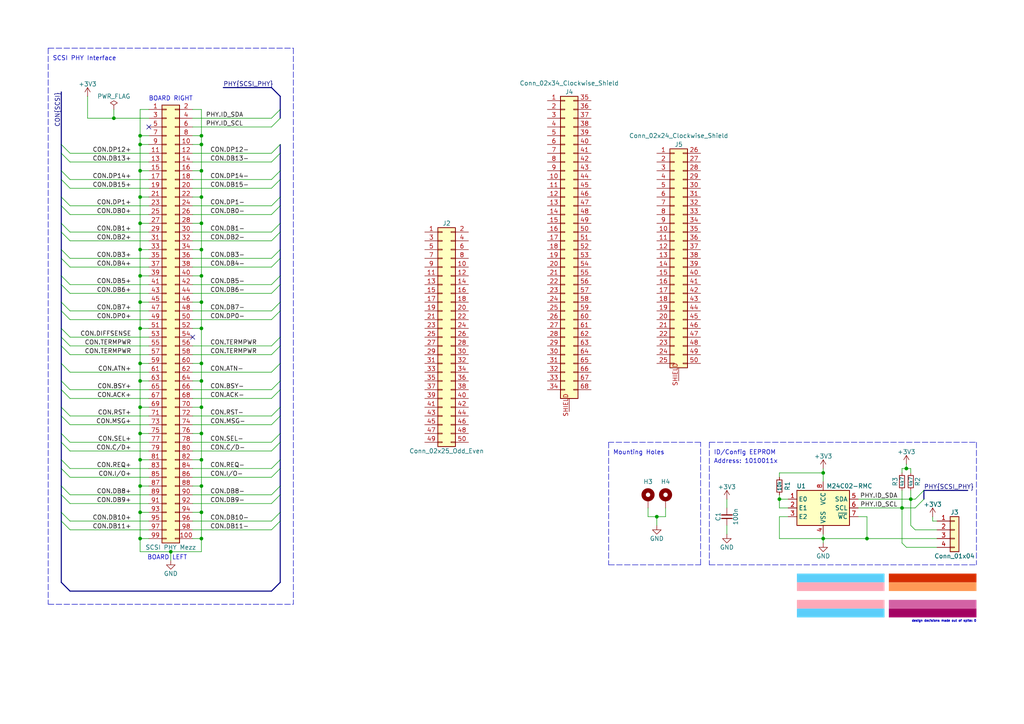
<source format=kicad_sch>
(kicad_sch (version 20231120) (generator "eeschema") (generator_version "8.0")
  (paper "A4")
  (title_block (title "Squishy -  ICD 50") (date "2024-08-22") (rev "1") (company "Shrine Maiden Heavy Industries") (comment 1 "License:  CERN-OHL-S") (comment 2 "© 2024 Aki 'lethalbit' Van Ness, et. al.") (comment 4 "Squishy - SCSI Multitool"))
  (bus_alias "SCSI" (members "DB0+" "DB0-" "DB1+" "DB1-" "DB2+" "DB2-" "DB3+" "DB3-" "DB4+" "DB4-" "DB5+" "DB5-" "DB6+" "DB6-" "DB7+" "DB7-" "DB8+" "DB8-" "DB9+" "DB9-" "DB10+" "DB10-" "DB11+" "DB11-" "DB12+" "DB12-" "DB13+" "DB13-" "DB14+" "DB14-" "DB15+" "DB15-" "DP0+" "DP0-" "DP1+" "DP1-" "ATN+" "ATN-" "BSY+" "BSY-" "ACK+" "ACK-" "RST+" "RST-" "MSG+" "MSG-" "SEL+" "SEL-" "C/D+" "C/D-" "REQ+" "REQ-" "I/O+" "I/O-" "DIFFSENSE" "TERMPWR"))
  (bus_alias "SCSI_PHY" (members "DB[0..15]" "DP[0..1]" "ATN" "BSY" "ACK" "RST" "MSG" "SEL" "C/D" "REQ" "I/O" "ID_SDA" "ID_SCL" "~{PHY_PRSNT}" "TERMPW_EN" "LS_CTRL[0..5]" "DBL_DIR" "DBH_DIR" "INIT_DIR" "TRGT_DIR" "SEL_DIR" "RST_DIR" "BSY_DIR"))
  (junction (at 40.64 87.63))
  (junction (at 40.64 41.91))
  (junction (at 226.06 144.78))
  (junction (at 40.64 133.35))
  (junction (at 58.42 80.01))
  (junction (at 238.76 137.16))
  (junction (at 58.42 64.77))
  (junction (at 58.42 118.11))
  (junction (at 40.64 110.49))
  (junction (at 40.64 148.59))
  (junction (at 58.42 41.91))
  (junction (at 58.42 133.35))
  (junction (at 40.64 95.25))
  (junction (at 190.5 149.86))
  (junction (at 261.62 147.32))
  (junction (at 58.42 125.73))
  (junction (at 40.64 64.77))
  (junction (at 58.42 87.63))
  (junction (at 40.64 39.37))
  (junction (at 40.64 156.21))
  (junction (at 58.42 140.97))
  (junction (at 58.42 49.53))
  (junction (at 262.89 135.89))
  (junction (at 58.42 72.39))
  (junction (at 264.16 144.78))
  (junction (at 40.64 140.97))
  (junction (at 40.64 72.39))
  (junction (at 58.42 39.37))
  (junction (at 58.42 110.49))
  (junction (at 40.64 118.11))
  (junction (at 40.64 57.15))
  (junction (at 251.46 156.21))
  (junction (at 58.42 105.41))
  (junction (at 238.76 156.21))
  (junction (at 58.42 57.15))
  (junction (at 58.42 148.59))
  (junction (at 49.53 160.02))
  (junction (at 40.64 80.01))
  (junction (at 40.64 125.73))
  (junction (at 58.42 156.21))
  (junction (at 33.02 34.29))
  (junction (at 58.42 95.25))
  (junction (at 40.64 49.53))
  (junction (at 40.64 105.41))
  (no_connect (at 55.88 97.79))
  (no_connect (at 43.18 36.83))
  (bus_entry (at 17.78 44.45) (size 2.54 2.54))
  (bus_entry (at 81.28 82.55) (size -2.54 2.54))
  (bus_entry (at 17.78 135.89) (size 2.54 2.54))
  (bus_entry (at 81.28 80.01) (size -2.54 2.54))
  (bus_entry (at 17.78 74.93) (size 2.54 2.54))
  (bus_entry (at 81.28 100.33) (size -2.54 2.54))
  (bus_entry (at 81.28 64.77) (size -2.54 2.54))
  (bus_entry (at 81.28 135.89) (size -2.54 2.54))
  (bus_entry (at 17.78 95.25) (size 2.54 2.54))
  (bus_entry (at 267.97 144.78) (size -2.54 2.54))
  (bus_entry (at 81.28 97.79) (size -2.54 2.54))
  (bus_entry (at 81.28 128.27) (size -2.54 2.54))
  (bus_entry (at 81.28 118.11) (size -2.54 2.54))
  (bus_entry (at 17.78 125.73) (size 2.54 2.54))
  (bus_entry (at 81.28 110.49) (size -2.54 2.54))
  (bus_entry (at 81.28 143.51) (size -2.54 2.54))
  (bus_entry (at 17.78 140.97) (size 2.54 2.54))
  (bus_entry (at 17.78 49.53) (size 2.54 2.54))
  (bus_entry (at 81.28 125.73) (size -2.54 2.54))
  (bus_entry (at 17.78 118.11) (size 2.54 2.54))
  (bus_entry (at 17.78 64.77) (size 2.54 2.54))
  (bus_entry (at 81.28 52.07) (size -2.54 2.54))
  (bus_entry (at 81.28 74.93) (size -2.54 2.54))
  (bus_entry (at 81.28 90.17) (size -2.54 2.54))
  (bus_entry (at 17.78 87.63) (size 2.54 2.54))
  (bus_entry (at 81.28 87.63) (size -2.54 2.54))
  (bus_entry (at 17.78 82.55) (size 2.54 2.54))
  (bus_entry (at 17.78 148.59) (size 2.54 2.54))
  (bus_entry (at 17.78 57.15) (size 2.54 2.54))
  (bus_entry (at 17.78 59.69) (size 2.54 2.54))
  (bus_entry (at 81.28 44.45) (size -2.54 2.54))
  (bus_entry (at 267.97 142.24) (size -2.54 2.54))
  (bus_entry (at 17.78 90.17) (size 2.54 2.54))
  (bus_entry (at 81.28 59.69) (size -2.54 2.54))
  (bus_entry (at 17.78 113.03) (size 2.54 2.54))
  (bus_entry (at 17.78 105.41) (size 2.54 2.54))
  (bus_entry (at 81.28 113.03) (size -2.54 2.54))
  (bus_entry (at 17.78 52.07) (size 2.54 2.54))
  (bus_entry (at 17.78 110.49) (size 2.54 2.54))
  (bus_entry (at 17.78 72.39) (size 2.54 2.54))
  (bus_entry (at 81.28 120.65) (size -2.54 2.54))
  (bus_entry (at 81.28 34.29) (size -2.54 2.54))
  (bus_entry (at 81.28 57.15) (size -2.54 2.54))
  (bus_entry (at 17.78 80.01) (size 2.54 2.54))
  (bus_entry (at 17.78 41.91) (size 2.54 2.54))
  (bus_entry (at 81.28 41.91) (size -2.54 2.54))
  (bus_entry (at 17.78 151.13) (size 2.54 2.54))
  (bus_entry (at 81.28 31.75) (size -2.54 2.54))
  (bus_entry (at 81.28 151.13) (size -2.54 2.54))
  (bus_entry (at 81.28 72.39) (size -2.54 2.54))
  (bus_entry (at 81.28 148.59) (size -2.54 2.54))
  (bus_entry (at 17.78 97.79) (size 2.54 2.54))
  (bus_entry (at 17.78 100.33) (size 2.54 2.54))
  (bus_entry (at 81.28 49.53) (size -2.54 2.54))
  (bus_entry (at 17.78 120.65) (size 2.54 2.54))
  (bus_entry (at 17.78 67.31) (size 2.54 2.54))
  (bus_entry (at 17.78 128.27) (size 2.54 2.54))
  (bus_entry (at 17.78 133.35) (size 2.54 2.54))
  (bus_entry (at 81.28 105.41) (size -2.54 2.54))
  (bus_entry (at 81.28 67.31) (size -2.54 2.54))
  (bus_entry (at 81.28 140.97) (size -2.54 2.54))
  (bus_entry (at 17.78 143.51) (size 2.54 2.54))
  (bus_entry (at 81.28 133.35) (size -2.54 2.54))
  (wire (pts (xy 20.32 92.71) (xy 43.18 92.71)))
  (wire (pts (xy 20.32 67.31) (xy 43.18 67.31)))
  (wire (pts (xy 20.32 146.05) (xy 43.18 146.05)))
  (wire (pts (xy 55.88 156.21) (xy 58.42 156.21)))
  (wire (pts (xy 20.32 97.79) (xy 43.18 97.79)))
  (wire (pts (xy 55.88 31.75) (xy 58.42 31.75)))
  (wire (pts (xy 78.74 115.57) (xy 55.88 115.57)))
  (wire (pts (xy 78.74 102.87) (xy 55.88 102.87)))
  (wire (pts (xy 55.88 57.15) (xy 58.42 57.15)))
  (bus (pts (xy 81.28 120.65) (xy 81.28 125.73)))
  (wire (pts (xy 20.32 123.19) (xy 43.18 123.19)))
  (wire (pts (xy 58.42 87.63) (xy 58.42 95.25)))
  (bus (pts (xy 81.28 82.55) (xy 81.28 87.63)))
  (wire (pts (xy 78.74 74.93) (xy 55.88 74.93)))
  (polyline (pts (xy 176.53 128.27) (xy 176.53 163.83)) (stroke (width 0) (type dash)))
  (bus (pts (xy 17.78 95.25) (xy 17.78 97.79)))
  (wire (pts (xy 226.06 143.51) (xy 226.06 144.78)))
  (bus (pts (xy 81.28 97.79) (xy 81.28 100.33)))
  (wire (pts (xy 20.32 62.23) (xy 43.18 62.23)))
  (wire (pts (xy 251.46 149.86) (xy 251.46 156.21)))
  (wire (pts (xy 264.16 142.24) (xy 264.16 144.78)))
  (wire (pts (xy 55.88 110.49) (xy 58.42 110.49)))
  (wire (pts (xy 49.53 160.02) (xy 49.53 162.56)))
  (wire (pts (xy 55.88 41.91) (xy 58.42 41.91)))
  (wire (pts (xy 78.74 113.03) (xy 55.88 113.03)))
  (wire (pts (xy 78.74 153.67) (xy 55.88 153.67)))
  (wire (pts (xy 78.74 62.23) (xy 55.88 62.23)))
  (wire (pts (xy 25.4 27.94) (xy 25.4 34.29)))
  (wire (pts (xy 43.18 57.15) (xy 40.64 57.15)))
  (bus (pts (xy 81.28 100.33) (xy 81.28 105.41)))
  (bus (pts (xy 20.32 171.45) (xy 78.74 171.45)))
  (bus (pts (xy 17.78 133.35) (xy 17.78 135.89)))
  (wire (pts (xy 33.02 34.29) (xy 43.18 34.29)))
  (bus (pts (xy 81.28 118.11) (xy 81.28 120.65)))
  (wire (pts (xy 40.64 64.77) (xy 40.64 72.39)))
  (wire (pts (xy 270.51 151.13) (xy 271.78 151.13)))
  (wire (pts (xy 270.51 149.86) (xy 270.51 151.13)))
  (wire (pts (xy 20.32 69.85) (xy 43.18 69.85)))
  (wire (pts (xy 58.42 41.91) (xy 58.42 49.53)))
  (wire (pts (xy 78.74 67.31) (xy 55.88 67.31)))
  (bus (pts (xy 17.78 120.65) (xy 17.78 125.73)))
  (bus (pts (xy 81.28 128.27) (xy 81.28 133.35)))
  (wire (pts (xy 40.64 49.53) (xy 40.64 57.15)))
  (bus (pts (xy 81.28 64.77) (xy 81.28 67.31)))
  (wire (pts (xy 265.43 153.67) (xy 264.16 152.4)))
  (wire (pts (xy 40.64 160.02) (xy 49.53 160.02)))
  (wire (pts (xy 20.32 77.47) (xy 43.18 77.47)))
  (wire (pts (xy 40.64 72.39) (xy 40.64 80.01)))
  (bus (pts (xy 81.28 59.69) (xy 81.28 64.77)))
  (bus (pts (xy 81.28 49.53) (xy 81.28 52.07)))
  (wire (pts (xy 25.4 34.29) (xy 33.02 34.29)))
  (wire (pts (xy 58.42 80.01) (xy 58.42 87.63)))
  (wire (pts (xy 43.18 95.25) (xy 40.64 95.25)))
  (bus (pts (xy 17.78 105.41) (xy 17.78 110.49)))
  (bus (pts (xy 81.28 27.94) (xy 81.28 31.75)))
  (wire (pts (xy 226.06 149.86) (xy 226.06 156.21)))
  (wire (pts (xy 78.74 77.47) (xy 55.88 77.47)))
  (wire (pts (xy 78.74 85.09) (xy 55.88 85.09)))
  (wire (pts (xy 40.64 41.91) (xy 40.64 49.53)))
  (bus (pts (xy 17.78 118.11) (xy 17.78 120.65)))
  (wire (pts (xy 78.74 90.17) (xy 55.88 90.17)))
  (wire (pts (xy 33.02 31.75) (xy 33.02 34.29)))
  (bus (pts (xy 17.78 110.49) (xy 17.78 113.03)))
  (wire (pts (xy 262.89 135.89) (xy 264.16 135.89)))
  (wire (pts (xy 55.88 87.63) (xy 58.42 87.63)))
  (wire (pts (xy 55.88 125.73) (xy 58.42 125.73)))
  (bus (pts (xy 81.28 31.75) (xy 81.28 34.29)))
  (wire (pts (xy 187.96 147.32) (xy 187.96 149.86)))
  (wire (pts (xy 226.06 144.78) (xy 228.6 144.78)))
  (wire (pts (xy 55.88 72.39) (xy 58.42 72.39)))
  (bus (pts (xy 267.97 142.24) (xy 280.67 142.24)))
  (wire (pts (xy 262.89 134.62) (xy 262.89 135.89)))
  (wire (pts (xy 58.42 49.53) (xy 58.42 57.15)))
  (wire (pts (xy 251.46 156.21) (xy 271.78 156.21)))
  (wire (pts (xy 43.18 64.77) (xy 40.64 64.77)))
  (bus (pts (xy 17.78 135.89) (xy 17.78 140.97)))
  (wire (pts (xy 271.78 153.67) (xy 265.43 153.67)))
  (wire (pts (xy 78.74 120.65) (xy 55.88 120.65)))
  (wire (pts (xy 58.42 95.25) (xy 58.42 105.41)))
  (polyline (pts (xy 13.97 13.97) (xy 13.97 175.26)) (stroke (width 0) (type dash)))
  (wire (pts (xy 43.18 110.49) (xy 40.64 110.49)))
  (wire (pts (xy 78.74 128.27) (xy 55.88 128.27)))
  (bus (pts (xy 81.28 80.01) (xy 81.28 82.55)))
  (wire (pts (xy 58.42 156.21) (xy 58.42 160.02)))
  (polyline (pts (xy 85.09 13.97) (xy 85.09 175.26)) (stroke (width 0) (type dash)))
  (bus (pts (xy 17.78 49.53) (xy 17.78 52.07)))
  (wire (pts (xy 55.88 118.11) (xy 58.42 118.11)))
  (wire (pts (xy 78.74 46.99) (xy 55.88 46.99)))
  (wire (pts (xy 40.64 110.49) (xy 40.64 118.11)))
  (wire (pts (xy 20.32 128.27) (xy 43.18 128.27)))
  (wire (pts (xy 55.88 36.83) (xy 78.74 36.83)))
  (wire (pts (xy 20.32 113.03) (xy 43.18 113.03)))
  (wire (pts (xy 55.88 105.41) (xy 58.42 105.41)))
  (wire (pts (xy 55.88 39.37) (xy 58.42 39.37)))
  (wire (pts (xy 40.64 133.35) (xy 40.64 140.97)))
  (wire (pts (xy 55.88 80.01) (xy 58.42 80.01)))
  (wire (pts (xy 20.32 85.09) (xy 43.18 85.09)))
  (wire (pts (xy 261.62 147.32) (xy 265.43 147.32)))
  (wire (pts (xy 58.42 140.97) (xy 58.42 148.59)))
  (wire (pts (xy 43.18 72.39) (xy 40.64 72.39)))
  (wire (pts (xy 40.64 31.75) (xy 40.64 39.37)))
  (bus (pts (xy 81.28 67.31) (xy 81.28 72.39)))
  (polyline (pts (xy 203.2 163.83) (xy 203.2 128.27)) (stroke (width 0) (type dash)))
  (wire (pts (xy 43.18 125.73) (xy 40.64 125.73)))
  (wire (pts (xy 55.88 133.35) (xy 58.42 133.35)))
  (bus (pts (xy 17.78 140.97) (xy 17.78 143.51)))
  (bus (pts (xy 17.78 148.59) (xy 17.78 151.13)))
  (bus (pts (xy 81.28 135.89) (xy 81.28 140.97)))
  (wire (pts (xy 20.32 120.65) (xy 43.18 120.65)))
  (wire (pts (xy 55.88 148.59) (xy 58.42 148.59)))
  (wire (pts (xy 210.82 152.4) (xy 210.82 154.94)))
  (polyline (pts (xy 205.74 163.83) (xy 283.21 163.83)) (stroke (width 0) (type dash)))
  (polyline (pts (xy 13.97 175.26) (xy 85.09 175.26)) (stroke (width 0) (type dash)))
  (bus (pts (xy 17.78 168.91) (xy 20.32 171.45)))
  (polyline (pts (xy 176.53 163.83) (xy 203.2 163.83)) (stroke (width 0) (type dash)))
  (polyline (pts (xy 13.97 13.97) (xy 85.09 13.97)) (stroke (width 0) (type dash)))
  (wire (pts (xy 20.32 153.67) (xy 43.18 153.67)))
  (bus (pts (xy 17.78 64.77) (xy 17.78 67.31)))
  (polyline (pts (xy 205.74 128.27) (xy 283.21 128.27)) (stroke (width 0) (type dash)))
  (wire (pts (xy 43.18 80.01) (xy 40.64 80.01)))
  (wire (pts (xy 20.32 135.89) (xy 43.18 135.89)))
  (wire (pts (xy 226.06 156.21) (xy 238.76 156.21)))
  (wire (pts (xy 78.74 138.43) (xy 55.88 138.43)))
  (bus (pts (xy 17.78 100.33) (xy 17.78 105.41)))
  (bus (pts (xy 17.78 72.39) (xy 17.78 74.93)))
  (wire (pts (xy 271.78 158.75) (xy 262.89 158.75)))
  (wire (pts (xy 261.62 135.89) (xy 261.62 137.16)))
  (wire (pts (xy 20.32 100.33) (xy 43.18 100.33)))
  (bus (pts (xy 81.28 72.39) (xy 81.28 74.93)))
  (bus (pts (xy 17.78 82.55) (xy 17.78 87.63)))
  (bus (pts (xy 17.78 44.45) (xy 17.78 49.53)))
  (bus (pts (xy 17.78 90.17) (xy 17.78 95.25)))
  (bus (pts (xy 17.78 52.07) (xy 17.78 57.15)))
  (bus (pts (xy 267.97 144.78) (xy 267.97 142.24)))
  (bus (pts (xy 81.28 87.63) (xy 81.28 90.17)))
  (wire (pts (xy 55.88 34.29) (xy 78.74 34.29)))
  (bus (pts (xy 17.78 97.79) (xy 17.78 100.33)))
  (wire (pts (xy 40.64 80.01) (xy 40.64 87.63)))
  (bus (pts (xy 81.28 41.91) (xy 81.28 44.45)))
  (bus (pts (xy 17.78 87.63) (xy 17.78 90.17)))
  (bus (pts (xy 78.74 171.45) (xy 81.28 168.91)))
  (bus (pts (xy 81.28 57.15) (xy 81.28 59.69)))
  (bus (pts (xy 17.78 113.03) (xy 17.78 118.11)))
  (wire (pts (xy 78.74 92.71) (xy 55.88 92.71)))
  (wire (pts (xy 58.42 57.15) (xy 58.42 64.77)))
  (wire (pts (xy 55.88 140.97) (xy 58.42 140.97)))
  (bus (pts (xy 78.74 25.4) (xy 81.28 27.94)))
  (wire (pts (xy 58.42 31.75) (xy 58.42 39.37)))
  (bus (pts (xy 81.28 90.17) (xy 81.28 97.79)))
  (wire (pts (xy 20.32 138.43) (xy 43.18 138.43)))
  (wire (pts (xy 20.32 82.55) (xy 43.18 82.55)))
  (wire (pts (xy 58.42 118.11) (xy 58.42 125.73)))
  (wire (pts (xy 40.64 118.11) (xy 40.64 125.73)))
  (wire (pts (xy 40.64 156.21) (xy 40.64 160.02)))
  (wire (pts (xy 238.76 154.94) (xy 238.76 156.21)))
  (wire (pts (xy 20.32 115.57) (xy 43.18 115.57)))
  (wire (pts (xy 55.88 95.25) (xy 58.42 95.25)))
  (bus (pts (xy 17.78 41.91) (xy 17.78 44.45)))
  (wire (pts (xy 264.16 144.78) (xy 264.16 152.4)))
  (wire (pts (xy 78.74 59.69) (xy 55.88 59.69)))
  (wire (pts (xy 264.16 135.89) (xy 264.16 137.16)))
  (wire (pts (xy 78.74 146.05) (xy 55.88 146.05)))
  (wire (pts (xy 78.74 130.81) (xy 55.88 130.81)))
  (wire (pts (xy 78.74 151.13) (xy 55.88 151.13)))
  (bus (pts (xy 81.28 125.73) (xy 81.28 128.27)))
  (wire (pts (xy 40.64 148.59) (xy 40.64 156.21)))
  (wire (pts (xy 193.04 147.32) (xy 193.04 149.86)))
  (wire (pts (xy 58.42 148.59) (xy 58.42 156.21)))
  (wire (pts (xy 226.06 137.16) (xy 226.06 138.43)))
  (wire (pts (xy 43.18 87.63) (xy 40.64 87.63)))
  (wire (pts (xy 238.76 135.89) (xy 238.76 137.16)))
  (wire (pts (xy 40.64 140.97) (xy 40.64 148.59)))
  (wire (pts (xy 78.74 69.85) (xy 55.88 69.85)))
  (wire (pts (xy 20.32 54.61) (xy 43.18 54.61)))
  (bus (pts (xy 81.28 110.49) (xy 81.28 113.03)))
  (wire (pts (xy 190.5 149.86) (xy 193.04 149.86)))
  (wire (pts (xy 58.42 39.37) (xy 58.42 41.91)))
  (wire (pts (xy 248.92 147.32) (xy 261.62 147.32)))
  (wire (pts (xy 78.74 123.19) (xy 55.88 123.19)))
  (bus (pts (xy 81.28 151.13) (xy 81.28 168.91)))
  (wire (pts (xy 20.32 90.17) (xy 43.18 90.17)))
  (wire (pts (xy 20.32 74.93) (xy 43.18 74.93)))
  (wire (pts (xy 43.18 31.75) (xy 40.64 31.75)))
  (wire (pts (xy 261.62 142.24) (xy 261.62 147.32)))
  (wire (pts (xy 58.42 72.39) (xy 58.42 80.01)))
  (wire (pts (xy 40.64 105.41) (xy 43.18 105.41)))
  (wire (pts (xy 78.74 143.51) (xy 55.88 143.51)))
  (wire (pts (xy 190.5 149.86) (xy 190.5 152.4)))
  (wire (pts (xy 40.64 125.73) (xy 40.64 133.35)))
  (wire (pts (xy 40.64 156.21) (xy 43.18 156.21)))
  (bus (pts (xy 17.78 125.73) (xy 17.78 128.27)))
  (bus (pts (xy 81.28 44.45) (xy 81.28 49.53)))
  (wire (pts (xy 226.06 147.32) (xy 228.6 147.32)))
  (bus (pts (xy 17.78 57.15) (xy 17.78 59.69)))
  (wire (pts (xy 43.18 118.11) (xy 40.64 118.11)))
  (wire (pts (xy 262.89 158.75) (xy 261.62 157.48)))
  (wire (pts (xy 261.62 135.89) (xy 262.89 135.89)))
  (bus (pts (xy 81.28 133.35) (xy 81.28 135.89)))
  (wire (pts (xy 78.74 44.45) (xy 55.88 44.45)))
  (wire (pts (xy 20.32 102.87) (xy 43.18 102.87)))
  (wire (pts (xy 226.06 149.86) (xy 228.6 149.86)))
  (wire (pts (xy 78.74 100.33) (xy 55.88 100.33)))
  (bus (pts (xy 17.78 26.67) (xy 17.78 41.91)))
  (wire (pts (xy 20.32 46.99) (xy 43.18 46.99)))
  (wire (pts (xy 43.18 41.91) (xy 40.64 41.91)))
  (bus (pts (xy 17.78 67.31) (xy 17.78 72.39)))
  (wire (pts (xy 20.32 143.51) (xy 43.18 143.51)))
  (wire (pts (xy 238.76 156.21) (xy 251.46 156.21)))
  (wire (pts (xy 58.42 133.35) (xy 58.42 140.97)))
  (wire (pts (xy 238.76 156.21) (xy 238.76 157.48)))
  (wire (pts (xy 40.64 148.59) (xy 43.18 148.59)))
  (bus (pts (xy 17.78 74.93) (xy 17.78 80.01)))
  (bus (pts (xy 81.28 148.59) (xy 81.28 151.13)))
  (bus (pts (xy 17.78 151.13) (xy 17.78 168.91)))
  (wire (pts (xy 226.06 137.16) (xy 238.76 137.16)))
  (bus (pts (xy 81.28 52.07) (xy 81.28 57.15)))
  (wire (pts (xy 40.64 105.41) (xy 40.64 110.49)))
  (polyline (pts (xy 205.74 128.27) (xy 205.74 163.83)) (stroke (width 0) (type dash)))
  (wire (pts (xy 20.32 44.45) (xy 43.18 44.45)))
  (wire (pts (xy 40.64 39.37) (xy 40.64 41.91)))
  (wire (pts (xy 58.42 110.49) (xy 58.42 118.11)))
  (wire (pts (xy 261.62 147.32) (xy 261.62 157.48)))
  (bus (pts (xy 17.78 80.01) (xy 17.78 82.55)))
  (wire (pts (xy 264.16 144.78) (xy 265.43 144.78)))
  (polyline (pts (xy 283.21 128.27) (xy 283.21 163.83)) (stroke (width 0) (type dash)))
  (wire (pts (xy 58.42 64.77) (xy 58.42 72.39)))
  (wire (pts (xy 55.88 49.53) (xy 58.42 49.53)))
  (wire (pts (xy 40.64 95.25) (xy 40.64 105.41)))
  (wire (pts (xy 248.92 144.78) (xy 264.16 144.78)))
  (wire (pts (xy 43.18 49.53) (xy 40.64 49.53)))
  (wire (pts (xy 40.64 39.37) (xy 43.18 39.37)))
  (wire (pts (xy 78.74 107.95) (xy 55.88 107.95)))
  (wire (pts (xy 187.96 149.86) (xy 190.5 149.86)))
  (wire (pts (xy 226.06 144.78) (xy 226.06 147.32)))
  (wire (pts (xy 78.74 54.61) (xy 55.88 54.61)))
  (bus (pts (xy 81.28 74.93) (xy 81.28 80.01)))
  (wire (pts (xy 20.32 59.69) (xy 43.18 59.69)))
  (bus (pts (xy 81.28 140.97) (xy 81.28 143.51)))
  (bus (pts (xy 81.28 143.51) (xy 81.28 148.59)))
  (wire (pts (xy 43.18 133.35) (xy 40.64 133.35)))
  (wire (pts (xy 20.32 107.95) (xy 43.18 107.95)))
  (wire (pts (xy 20.32 52.07) (xy 43.18 52.07)))
  (wire (pts (xy 20.32 151.13) (xy 43.18 151.13)))
  (bus (pts (xy 64.77 25.4) (xy 78.74 25.4)))
  (wire (pts (xy 40.64 87.63) (xy 40.64 95.25)))
  (wire (pts (xy 248.92 149.86) (xy 251.46 149.86)))
  (wire (pts (xy 78.74 82.55) (xy 55.88 82.55)))
  (wire (pts (xy 20.32 130.81) (xy 43.18 130.81)))
  (wire (pts (xy 43.18 140.97) (xy 40.64 140.97)))
  (bus (pts (xy 17.78 143.51) (xy 17.78 148.59)))
  (wire (pts (xy 40.64 57.15) (xy 40.64 64.77)))
  (wire (pts (xy 210.82 147.32) (xy 210.82 144.78)))
  (wire (pts (xy 78.74 135.89) (xy 55.88 135.89)))
  (bus (pts (xy 81.28 113.03) (xy 81.28 118.11)))
  (wire (pts (xy 58.42 125.73) (xy 58.42 133.35)))
  (wire (pts (xy 49.53 160.02) (xy 58.42 160.02)))
  (bus (pts (xy 17.78 128.27) (xy 17.78 133.35)))
  (wire (pts (xy 55.88 64.77) (xy 58.42 64.77)))
  (wire (pts (xy 238.76 137.16) (xy 238.76 139.7)))
  (wire (pts (xy 78.74 52.07) (xy 55.88 52.07)))
  (polyline (pts (xy 203.2 128.27) (xy 176.53 128.27)) (stroke (width 0) (type dash)))
  (bus (pts (xy 81.28 105.41) (xy 81.28 110.49)))
  (wire (pts (xy 58.42 105.41) (xy 58.42 110.49)))
  (bus (pts (xy 17.78 59.69) (xy 17.78 64.77)))
  (text "Address: 1010011x" (at 207.01 133.858 0) (effects (font (size 1.27 1.27)) (justify left)))
  (text "Mounting Holes\n" (at 177.8 132.08 0) (effects (font (size 1.27 1.27)) (justify left bottom)))
  (text "BOARD RIGHT" (at 49.53 28.702 0) (effects (font (size 1.27 1.27))))
  (text "BOARD LEFT" (at 48.514 161.798 0) (effects (font (size 1.27 1.27))))
  (text "ID/Config EEPROM" (at 207.01 132.08 0) (effects (font (size 1.27 1.27)) (justify left bottom)))
  (text "SCSI PHY Interface" (at 15.24 17.78 0) (effects (font (size 1.27 1.27)) (justify left bottom)))
  (text "design decisions made out of spite: 0" (at 264.414 180.594 0) (effects (font (size 0.635 0.635)) (justify left bottom)))
  (label "CON.DP1-" (at 60.96 59.69 0))
  (label "CON.DB9-" (at 60.96 146.05 0))
  (label "CON.DB13-" (at 60.96 46.99 0))
  (label "CON.DB0+" (at 38.1 62.23 180))
  (label "CON.DB11-" (at 60.96 153.67 0))
  (label "CON.DIFFSENSE" (at 38.1 97.79 180))
  (label "CON.DB15+" (at 38.1 54.61 180))
  (label "CON.DB11+" (at 38.1 153.67 180))
  (label "CON.SEL-" (at 60.96 128.27 0))
  (label "CON.DB10-" (at 60.96 151.13 0))
  (label "CON.I{slash}O-" (at 60.96 138.43 0))
  (label "CON.DB3-" (at 60.96 74.93 0))
  (label "CON.REQ+" (at 38.1 135.89 180))
  (label "CON.ATN+" (at 38.1 107.95 180))
  (label "PHY{SCSI_PHY}" (at 64.77 25.4 0))
  (label "CON.BSY-" (at 60.96 113.03 0))
  (label "CON.BSY+" (at 38.1 113.03 180))
  (label "CON.ACK-" (at 60.96 115.57 0))
  (label "CON.DP14-" (at 60.96 52.07 0))
  (label "CON.DB4-" (at 60.96 77.47 0))
  (label "CON.REQ-" (at 60.96 135.89 0))
  (label "CON.DB10+" (at 38.1 151.13 180))
  (label "CON.ATN-" (at 60.96 107.95 0))
  (label "PHY{SCSI_PHY}" (at 267.97 142.24 0))
  (label "CON.DB2-" (at 60.96 69.85 0))
  (label "CON.DP0-" (at 60.96 92.71 0))
  (label "CON.MSG-" (at 60.96 123.19 0))
  (label "CON.DP12+" (at 38.1 44.45 180))
  (label "CON.DB5+" (at 38.1 82.55 180))
  (label "CON.DB15-" (at 60.96 54.61 0))
  (label "CON.DB8-" (at 60.96 143.51 0))
  (label "PHY.ID_SDA" (at 59.69 34.29 0))
  (label "CON.DB13+" (at 38.1 46.99 180))
  (label "CON.RST-" (at 60.96 120.65 0))
  (label "CON.DB3+" (at 38.1 74.93 180))
  (label "CON.DB4+" (at 38.1 77.47 180))
  (label "CON.MSG+" (at 38.1 123.19 180))
  (label "CON.DP12-" (at 60.96 44.45 0))
  (label "CON.DP1+" (at 38.1 59.69 180))
  (label "CON.ACK+" (at 38.1 115.57 180))
  (label "CON.DB8+" (at 38.1 143.51 180))
  (label "CON.C{slash}D+" (at 38.1 130.81 180))
  (label "CON.TERMPWR" (at 38.1 100.33 180))
  (label "CON.C{slash}D-" (at 60.96 130.81 0))
  (label "CON.DB6-" (at 60.96 85.09 0))
  (label "PHY.ID_SCL" (at 59.69 36.83 0))
  (label "CON.DB5-" (at 60.96 82.55 0))
  (label "CON.DP0+" (at 38.1 92.71 180))
  (label "CON{SCSI}" (at 17.78 26.67 270))
  (label "CON.DB0-" (at 60.96 62.23 0))
  (label "CON.TERMPWR" (at 60.96 102.87 0))
  (label "CON.DP14+" (at 38.1 52.07 180))
  (label "CON.I{slash}O+" (at 38.1 138.43 180))
  (label "CON.DB7+" (at 38.1 90.17 180))
  (label "CON.DB2+" (at 38.1 69.85 180))
  (label "CON.DB1-" (at 60.96 67.31 0))
  (label "CON.TERMPWR" (at 38.1 102.87 180))
  (label "CON.RST+" (at 38.1 120.65 180))
  (label "CON.DB1+" (at 38.1 67.31 180))
  (label "CON.DB7-" (at 60.96 90.17 0))
  (label "PHY.ID_SCL" (at 260.35 147.32 180))
  (label "CON.DB9+" (at 38.1 146.05 180))
  (label "CON.DB6+" (at 38.1 85.09 180))
  (label "PHY.ID_SDA" (at 260.35 144.78 180))
  (label "CON.TERMPWR" (at 60.96 100.33 0))
  (label "CON.SEL+" (at 38.1 128.27 180))
  (symbol (lib_id "Connector_Generic:Conn_02x25_Odd_Even") (at 128.27 97.79 0) (unit 1)
    (property "Reference" "J2" (at 129.54 64.77 0))
    (property "Value" "Conn_02x25_Odd_Even" (at 129.54 130.81 0))
    (property "Footprint" "Connector_IDC:IDC-Header_2x25_P2.54mm_Horizontal" (effects (hide yes)))
    (property "Description" "Generic connector, double row, 02x25, odd/even pin numbering scheme (row 1 odd numbers, row 2 even numbers), script generated (kicad-library-utils/schlib/autogen/connector/)" (effects (hide yes)))
  )
  (symbol (lib_id "Device:R_Small") (at 261.62 139.7 0) (unit 1)
    (property "Reference" "R3" (at 260.35 139.7 90) (effects (justify bottom)))
    (property "Value" "4k7" (at 261.62 139.7 90) (effects (font (size 1 1))))
    (property "Footprint" "rhais_rcl:R0603" (effects (hide yes)))
    (property "Datasheet" "https://www.vishay.com/docs/20035/dcrcwe3.pdf" (effects (hide yes)))
    (property "MFR" "Vishay Dale" (effects (hide yes)))
    (property "MPN" "CRCW06034K70FKEA" (effects (hide yes)))
    (property "Tolerance" "±1% 1/10W" (effects (hide yes)))
    (property "SUPPLIER" "DigiKey" (effects (hide yes)))
    (property "SUPPLIER_OC" "541-4.70KHDKR-ND" (effects (hide yes)))
    (property "SUPPLIER_URL" "https://www.digikey.com/short/f3fq37nd" (effects (hide yes)))
  )
  (symbol (lib_id "power:GND") (at 49.53 162.56 0) (mirror y) (unit 1)
    (property "Reference" "#PWR02" (effects (hide yes)))
    (property "Value" "GND" (at 49.53 166.37 0))
    (property "Description" "Power symbol creates a global label with name \"GND\" , ground" (effects (hide yes)))
  )
  (symbol (lib_id "Device:C_Small") (at 210.82 149.86 180) (unit 1)
    (property "Reference" "C1" (at 208.28 149.86 90))
    (property "Value" "100n" (at 213.36 149.86 90))
    (property "Footprint" "rhais_rcl:C0603" (effects (hide yes)))
    (property "Datasheet" "https://content.kemet.com/datasheets/KEM_C1006_X5R_SMD.pdf" (effects (hide yes)))
    (property "MFR" "KEMET" (effects (hide yes)))
    (property "MPN" "C0603C104M5RACTU" (effects (hide yes)))
    (property "Tolerance" "±20% 50V" (effects (hide yes)))
    (property "SUPPLIER" "DigiKey" (effects (hide yes)))
    (property "SUPPLIER_OC" "399-C0603C104M5RAC7867DKR-ND" (effects (hide yes)))
    (property "SUPPLIER_URL" "https://www.digikey.com/short/8nqzrr4b" (effects (hide yes)))
  )
  (symbol (lib_id "power:PWR_FLAG") (at 33.02 31.75 0) (unit 1)
    (property "Reference" "#FLG01" (effects (hide yes)))
    (property "Value" "PWR_FLAG" (at 33.02 27.94 0))
    (property "Description" "Special symbol for telling ERC where power comes from" (effects (hide yes)))
  )
  (symbol (lib_id "lethalbit-connectors:Conn_02x34_Counter_Clockwise") (at 165.1 69.85 0) (unit 1)
    (property "Reference" "J4" (at 165.1 26.67 0))
    (property "Value" "Conn_02x34_Clockwise_Shield" (at 165.1 24.13 0))
    (property "Description" "Generic connector, double row, 02x34 counter clockwise pin numbering scheme (similar to DIP package numbering), with shielding" (effects (hide yes)))
  )
  (symbol (lib_id "lethalbit-graphics:lesbian flag") (at 270.51 172.72 0) (unit 1) (in_bom no) (on_board no)
    (property "Reference" "G2" (effects (hide yes)))
    (property "Value" "Pride Flag" (effects (hide yes)))
    (property "MFR" "Lesbian" (effects (hide yes)))
  )
  (symbol (lib_id "power:+3V3") (at 270.51 149.86 0) (unit 1)
    (property "Reference" "#PWR04" (effects (hide yes)))
    (property "Value" "+3V3" (at 270.51 146.304 0))
    (property "Description" "Power symbol creates a global label with name \"+3V3\"" (effects (hide yes)))
  )
  (symbol (lib_id "lethalbit-connectors:Conn_02x50_Odd_Even") (at 49.53 92.71 0) (unit 1)
    (property "Reference" "J1" (effects (hide yes)))
    (property "Value" "SCSI PHY Mezz" (at 49.53 158.75 0))
    (property "Footprint" "lethalbit-connectors:1014457-10x80xLF" (effects (hide yes)))
    (property "Datasheet" "https://mm.digikey.com/Volume0/opasdata/d220001/medias/docus/6243/609_10144517.pdf" (effects (hide yes)))
    (property "MFR" "Amphenol ICC (FCI)" (effects (hide yes)))
    (property "MPN" "10144517-102802LF" (effects (hide yes)))
    (property "SUPPLIER" "DigiKey" (effects (hide yes)))
    (property "SUPPLIER_OC" "609-5442-1-ND" (effects (hide yes)))
    (property "SUPPLIER_URL" "https://www.digikey.com/short/h831vwdf" (effects (hide yes)))
  )
  (symbol (lib_id "lethalbit-graphics:trans flag") (at 243.84 172.72 0) (unit 1) (in_bom no) (on_board no)
    (property "Reference" "G1" (effects (hide yes)))
    (property "Value" "Pride Flag" (effects (hide yes)))
    (property "MFR" "Trans" (effects (hide yes)))
  )
  (symbol (lib_id "power:+3V3") (at 25.4 27.94 0) (unit 1)
    (property "Reference" "#PWR03" (effects (hide yes)))
    (property "Value" "+3V3" (at 25.4 24.384 0))
    (property "Description" "Power symbol creates a global label with name \"+3V3\"" (effects (hide yes)))
  )
  (symbol (lib_id "Connector_Generic:Conn_01x04") (at 276.86 153.67 0) (unit 1)
    (property "Reference" "J3" (at 276.86 148.59 0))
    (property "Value" "Conn_01x04" (at 276.86 161.29 0))
    (property "Footprint" "pkl_connectors_wuerth:490107670412-d" (effects (hide yes)))
    (property "Description" "Generic connector, single row, 01x04, script generated (kicad-library-utils/schlib/autogen/connector/)" (effects (hide yes)))
  )
  (symbol (lib_id "lethalbit-connectors:Conn_02x25_Counter_Clockwise") (at 196.85 73.66 0) (unit 1)
    (property "Reference" "J5" (at 196.85 41.91 0))
    (property "Value" "Conn_02x24_Clockwise_Shield" (at 196.85 39.37 0))
    (property "Description" "Generic connector, double row, 02x25, counter clockwise pin numbering scheme (similar to DIP package numbering), with shielding" (effects (hide yes)))
  )
  (symbol (lib_id "Device:R_Small") (at 264.16 139.7 0) (mirror y) (unit 1)
    (property "Reference" "R2" (at 265.43 139.7 90) (effects (justify bottom)))
    (property "Value" "4k7" (at 264.16 139.7 90) (effects (font (size 1 1))))
    (property "Footprint" "rhais_rcl:R0603" (effects (hide yes)))
    (property "Datasheet" "https://www.vishay.com/docs/20035/dcrcwe3.pdf" (effects (hide yes)))
    (property "MFR" "Vishay Dale" (effects (hide yes)))
    (property "MPN" "CRCW06034K70FKEA" (effects (hide yes)))
    (property "Tolerance" "±1% 1/10W" (effects (hide yes)))
    (property "SUPPLIER" "DigiKey" (effects (hide yes)))
    (property "SUPPLIER_OC" "541-4.70KHDKR-ND" (effects (hide yes)))
    (property "SUPPLIER_URL" "https://www.digikey.com/short/f3fq37nd" (effects (hide yes)))
  )
  (symbol (lib_id "power:GND") (at 238.76 157.48 0) (unit 1)
    (property "Reference" "#PWR07" (effects (hide yes)))
    (property "Value" "GND" (at 238.76 161.29 0))
    (property "Description" "Power symbol creates a global label with name \"GND\" , ground" (effects (hide yes)))
  )
  (symbol (lib_id "power:+3V3") (at 210.82 144.78 0) (unit 1)
    (property "Reference" "#PWR09" (effects (hide yes)))
    (property "Value" "+3V3" (at 210.82 141.224 0))
    (property "Description" "Power symbol creates a global label with name \"+3V3\"" (effects (hide yes)))
  )
  (symbol (lib_id "power:GND") (at 210.82 154.94 0) (unit 1)
    (property "Reference" "#PWR06" (effects (hide yes)))
    (property "Value" "GND" (at 210.82 158.75 0))
    (property "Description" "Power symbol creates a global label with name \"GND\" , ground" (effects (hide yes)))
  )
  (symbol (lib_id "Mechanical:MountingHole_Pad") (at 187.96 144.78 0) (unit 1) (in_bom no)
    (property "Reference" "H3" (at 187.96 139.7 0))
    (property "Value" "MountingHole" (effects (hide yes)))
    (property "Footprint" "MountingHole:MountingHole_3.2mm_M3_Pad" (effects (hide yes)))
    (property "MFR" "N/A" (effects (hide yes)))
    (property "MPN" "N/A" (effects (hide yes)))
  )
  (symbol (lib_id "Mechanical:MountingHole_Pad") (at 193.04 144.78 0) (unit 1) (in_bom no)
    (property "Reference" "H4" (at 193.04 139.7 0))
    (property "Value" "MountingHole" (effects (hide yes)))
    (property "Footprint" "MountingHole:MountingHole_3.2mm_M3_Pad" (effects (hide yes)))
    (property "MFR" "N/A" (effects (hide yes)))
    (property "MPN" "N/A" (effects (hide yes)))
  )
  (symbol (lib_id "power:+3V3") (at 238.76 135.89 0) (unit 1)
    (property "Reference" "#PWR08" (effects (hide yes)))
    (property "Value" "+3V3" (at 238.76 132.334 0))
    (property "Description" "Power symbol creates a global label with name \"+3V3\"" (effects (hide yes)))
  )
  (symbol (lib_id "Device:R_Small") (at 226.06 140.97 0) (mirror x) (unit 1)
    (property "Reference" "R1" (at 229.108 140.97 90) (effects (justify bottom)))
    (property "Value" "10k" (at 226.06 140.97 90) (effects (font (size 1 1))))
    (property "Footprint" "rhais_rcl:R0603" (effects (hide yes)))
    (property "Datasheet" "https://www.vishay.com/docs/20035/dcrcwe3.pdf" (effects (hide yes)))
    (property "MFR" "Vishay Dale" (effects (hide yes)))
    (property "MPN" "CRCW060310K0FKEA" (effects (hide yes)))
    (property "Tolerance" "±1% 1/10W" (effects (hide yes)))
    (property "SUPPLIER" "DigiKey" (effects (hide yes)))
    (property "SUPPLIER_OC" "541-10.0KHDKR-ND" (effects (hide yes)))
    (property "SUPPLIER_URL" "https://www.digikey.com/short/478v2810" (effects (hide yes)))
  )
  (symbol (lib_id "power:GND") (at 190.5 152.4 0) (unit 1)
    (property "Reference" "#PWR01" (effects (hide yes)))
    (property "Value" "GND" (at 190.5 156.21 0))
    (property "Description" "Power symbol creates a global label with name \"GND\" , ground" (effects (hide yes)))
  )
  (symbol (lib_id "lethalbit-memory:M24C02-RMC") (at 238.76 147.32 0) (unit 1)
    (property "Reference" "U1" (at 232.41 140.97 0))
    (property "Value" "M24C02-RMC" (at 246.38 140.97 0))
    (property "Footprint" "lethalbit-memory:ST_UFDFPN-8-1EP_2x3mm_P0.5mm_EP1.6x1.6mm" (effects (hide yes)))
    (property "Datasheet" "https://www.st.com/content/ccc/resource/technical/document/datasheet/b0/d8/50/40/5a/85/49/6f/DM00071904.pdf/files/DM00071904.pdf/jcr:content/translations/en.DM00071904.pdf" (effects (hide yes)))
    (property "Description" "2Kb (256x8) I2C Serial EEPROM, 1.8-5.5V,  UFDFPN8" (effects (hide yes)))
  )
  (symbol (lib_id "power:+3V3") (at 262.89 134.62 0) (unit 1)
    (property "Reference" "#PWR05" (effects (hide yes)))
    (property "Value" "+3V3" (at 262.89 131.064 0))
    (property "Description" "Power symbol creates a global label with name \"+3V3\"" (effects (hide yes)))
  )
)
</source>
